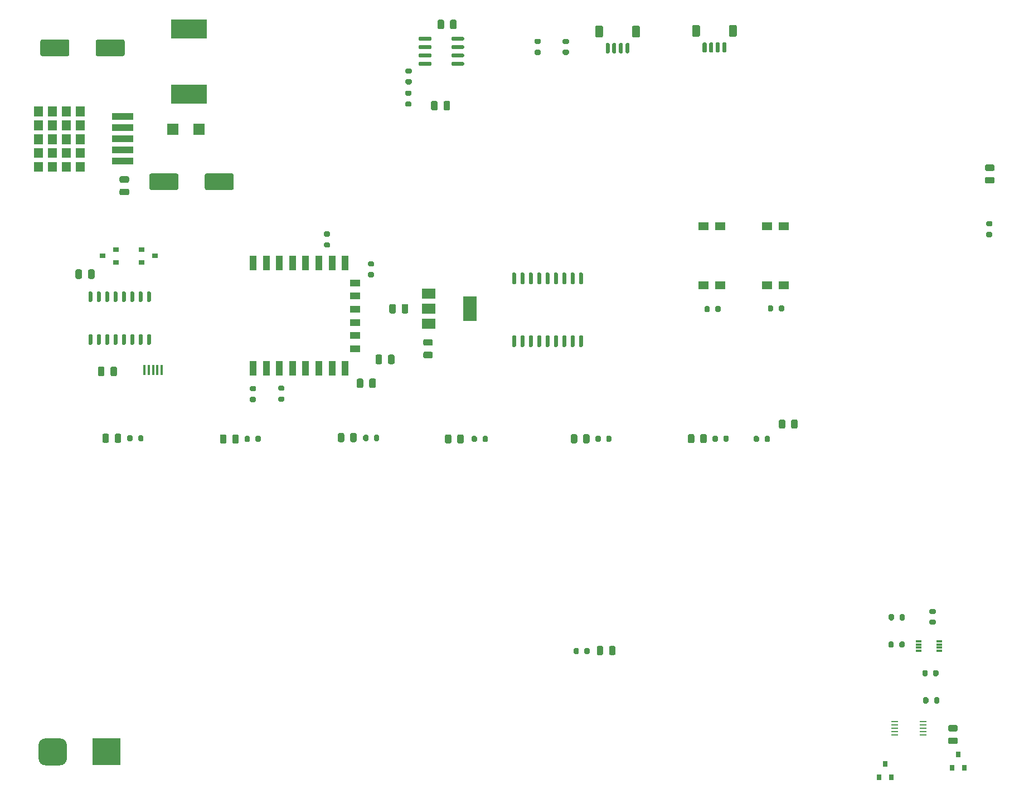
<source format=gbr>
%TF.GenerationSoftware,KiCad,Pcbnew,(5.1.10)-1*%
%TF.CreationDate,2022-11-19T08:35:40-06:00*%
%TF.ProjectId,RC10,52433130-2e6b-4696-9361-645f70636258,rev?*%
%TF.SameCoordinates,Original*%
%TF.FileFunction,Paste,Top*%
%TF.FilePolarity,Positive*%
%FSLAX46Y46*%
G04 Gerber Fmt 4.6, Leading zero omitted, Abs format (unit mm)*
G04 Created by KiCad (PCBNEW (5.1.10)-1) date 2022-11-19 08:35:40*
%MOMM*%
%LPD*%
G01*
G04 APERTURE LIST*
%ADD10C,0.010000*%
%ADD11R,0.450000X1.500000*%
%ADD12R,1.100000X0.250000*%
%ADD13R,0.850000X0.300000*%
%ADD14R,0.800000X0.900000*%
%ADD15R,1.000000X2.200000*%
%ADD16R,1.500000X1.000000*%
%ADD17R,0.900000X0.800000*%
%ADD18R,4.300000X4.100000*%
%ADD19R,1.500000X1.300000*%
%ADD20R,5.400000X2.900000*%
%ADD21R,3.210000X1.050000*%
%ADD22R,2.000000X1.500000*%
%ADD23R,2.000000X3.800000*%
%ADD24R,1.800000X1.800000*%
G04 APERTURE END LIST*
D10*
%TO.C,IC2*%
G36*
X34295650Y-37447500D02*
G01*
X33035650Y-37447500D01*
X33035650Y-36027500D01*
X34295650Y-36027500D01*
X34295650Y-37447500D01*
G37*
X34295650Y-37447500D02*
X33035650Y-37447500D01*
X33035650Y-36027500D01*
X34295650Y-36027500D01*
X34295650Y-37447500D01*
G36*
X34295650Y-39557500D02*
G01*
X33035650Y-39557500D01*
X33035650Y-38137500D01*
X34295650Y-38137500D01*
X34295650Y-39557500D01*
G37*
X34295650Y-39557500D02*
X33035650Y-39557500D01*
X33035650Y-38137500D01*
X34295650Y-38137500D01*
X34295650Y-39557500D01*
G36*
X32175650Y-45887500D02*
G01*
X30915650Y-45887500D01*
X30915650Y-44467500D01*
X32175650Y-44467500D01*
X32175650Y-45887500D01*
G37*
X32175650Y-45887500D02*
X30915650Y-45887500D01*
X30915650Y-44467500D01*
X32175650Y-44467500D01*
X32175650Y-45887500D01*
G36*
X34295650Y-45887500D02*
G01*
X33035650Y-45887500D01*
X33035650Y-44467500D01*
X34295650Y-44467500D01*
X34295650Y-45887500D01*
G37*
X34295650Y-45887500D02*
X33035650Y-45887500D01*
X33035650Y-44467500D01*
X34295650Y-44467500D01*
X34295650Y-45887500D01*
G36*
X34295650Y-43777500D02*
G01*
X33035650Y-43777500D01*
X33035650Y-42357500D01*
X34295650Y-42357500D01*
X34295650Y-43777500D01*
G37*
X34295650Y-43777500D02*
X33035650Y-43777500D01*
X33035650Y-42357500D01*
X34295650Y-42357500D01*
X34295650Y-43777500D01*
G36*
X32175650Y-43777500D02*
G01*
X30915650Y-43777500D01*
X30915650Y-42357500D01*
X32175650Y-42357500D01*
X32175650Y-43777500D01*
G37*
X32175650Y-43777500D02*
X30915650Y-43777500D01*
X30915650Y-42357500D01*
X32175650Y-42357500D01*
X32175650Y-43777500D01*
G36*
X32175650Y-37447500D02*
G01*
X30915650Y-37447500D01*
X30915650Y-36027500D01*
X32175650Y-36027500D01*
X32175650Y-37447500D01*
G37*
X32175650Y-37447500D02*
X30915650Y-37447500D01*
X30915650Y-36027500D01*
X32175650Y-36027500D01*
X32175650Y-37447500D01*
G36*
X32175650Y-39557500D02*
G01*
X30915650Y-39557500D01*
X30915650Y-38137500D01*
X32175650Y-38137500D01*
X32175650Y-39557500D01*
G37*
X32175650Y-39557500D02*
X30915650Y-39557500D01*
X30915650Y-38137500D01*
X32175650Y-38137500D01*
X32175650Y-39557500D01*
G36*
X27935650Y-37447500D02*
G01*
X26675650Y-37447500D01*
X26675650Y-36027500D01*
X27935650Y-36027500D01*
X27935650Y-37447500D01*
G37*
X27935650Y-37447500D02*
X26675650Y-37447500D01*
X26675650Y-36027500D01*
X27935650Y-36027500D01*
X27935650Y-37447500D01*
G36*
X27935650Y-39557500D02*
G01*
X26675650Y-39557500D01*
X26675650Y-38137500D01*
X27935650Y-38137500D01*
X27935650Y-39557500D01*
G37*
X27935650Y-39557500D02*
X26675650Y-39557500D01*
X26675650Y-38137500D01*
X27935650Y-38137500D01*
X27935650Y-39557500D01*
G36*
X27935650Y-45887500D02*
G01*
X26675650Y-45887500D01*
X26675650Y-44467500D01*
X27935650Y-44467500D01*
X27935650Y-45887500D01*
G37*
X27935650Y-45887500D02*
X26675650Y-45887500D01*
X26675650Y-44467500D01*
X27935650Y-44467500D01*
X27935650Y-45887500D01*
G36*
X27935650Y-43777500D02*
G01*
X26675650Y-43777500D01*
X26675650Y-42357500D01*
X27935650Y-42357500D01*
X27935650Y-43777500D01*
G37*
X27935650Y-43777500D02*
X26675650Y-43777500D01*
X26675650Y-42357500D01*
X27935650Y-42357500D01*
X27935650Y-43777500D01*
G36*
X30055650Y-37447500D02*
G01*
X28795650Y-37447500D01*
X28795650Y-36027500D01*
X30055650Y-36027500D01*
X30055650Y-37447500D01*
G37*
X30055650Y-37447500D02*
X28795650Y-37447500D01*
X28795650Y-36027500D01*
X30055650Y-36027500D01*
X30055650Y-37447500D01*
G36*
X30055650Y-39557500D02*
G01*
X28795650Y-39557500D01*
X28795650Y-38137500D01*
X30055650Y-38137500D01*
X30055650Y-39557500D01*
G37*
X30055650Y-39557500D02*
X28795650Y-39557500D01*
X28795650Y-38137500D01*
X30055650Y-38137500D01*
X30055650Y-39557500D01*
G36*
X30055650Y-45887500D02*
G01*
X28795650Y-45887500D01*
X28795650Y-44467500D01*
X30055650Y-44467500D01*
X30055650Y-45887500D01*
G37*
X30055650Y-45887500D02*
X28795650Y-45887500D01*
X28795650Y-44467500D01*
X30055650Y-44467500D01*
X30055650Y-45887500D01*
G36*
X30055650Y-43777500D02*
G01*
X28795650Y-43777500D01*
X28795650Y-42357500D01*
X30055650Y-42357500D01*
X30055650Y-43777500D01*
G37*
X30055650Y-43777500D02*
X28795650Y-43777500D01*
X28795650Y-42357500D01*
X30055650Y-42357500D01*
X30055650Y-43777500D01*
G36*
X34295650Y-41667500D02*
G01*
X33035650Y-41667500D01*
X33035650Y-40247500D01*
X34295650Y-40247500D01*
X34295650Y-41667500D01*
G37*
X34295650Y-41667500D02*
X33035650Y-41667500D01*
X33035650Y-40247500D01*
X34295650Y-40247500D01*
X34295650Y-41667500D01*
G36*
X32175650Y-41667500D02*
G01*
X30915650Y-41667500D01*
X30915650Y-40247500D01*
X32175650Y-40247500D01*
X32175650Y-41667500D01*
G37*
X32175650Y-41667500D02*
X30915650Y-41667500D01*
X30915650Y-40247500D01*
X32175650Y-40247500D01*
X32175650Y-41667500D01*
G36*
X27935650Y-41667500D02*
G01*
X26675650Y-41667500D01*
X26675650Y-40247500D01*
X27935650Y-40247500D01*
X27935650Y-41667500D01*
G37*
X27935650Y-41667500D02*
X26675650Y-41667500D01*
X26675650Y-40247500D01*
X27935650Y-40247500D01*
X27935650Y-41667500D01*
G36*
X30055650Y-41667500D02*
G01*
X28795650Y-41667500D01*
X28795650Y-40247500D01*
X30055650Y-40247500D01*
X30055650Y-41667500D01*
G37*
X30055650Y-41667500D02*
X28795650Y-41667500D01*
X28795650Y-40247500D01*
X30055650Y-40247500D01*
X30055650Y-41667500D01*
%TD*%
D11*
%TO.C,J9*%
X46080200Y-76069000D03*
X45430200Y-76069000D03*
X44780200Y-76069000D03*
X44130200Y-76069000D03*
X43480200Y-76069000D03*
%TD*%
D12*
%TO.C,U6*%
X161712800Y-129530600D03*
X161712800Y-130030600D03*
X161712800Y-130530600D03*
X161712800Y-131030600D03*
X161712800Y-131530600D03*
X157412800Y-131530600D03*
X157412800Y-131030600D03*
X157412800Y-130530600D03*
X157412800Y-130030600D03*
X157412800Y-129530600D03*
%TD*%
%TO.C,C11*%
G36*
G01*
X166743400Y-131020400D02*
X165793400Y-131020400D01*
G75*
G02*
X165543400Y-130770400I0J250000D01*
G01*
X165543400Y-130270400D01*
G75*
G02*
X165793400Y-130020400I250000J0D01*
G01*
X166743400Y-130020400D01*
G75*
G02*
X166993400Y-130270400I0J-250000D01*
G01*
X166993400Y-130770400D01*
G75*
G02*
X166743400Y-131020400I-250000J0D01*
G01*
G37*
G36*
G01*
X166743400Y-132920400D02*
X165793400Y-132920400D01*
G75*
G02*
X165543400Y-132670400I0J250000D01*
G01*
X165543400Y-132170400D01*
G75*
G02*
X165793400Y-131920400I250000J0D01*
G01*
X166743400Y-131920400D01*
G75*
G02*
X166993400Y-132170400I0J-250000D01*
G01*
X166993400Y-132670400D01*
G75*
G02*
X166743400Y-132920400I-250000J0D01*
G01*
G37*
%TD*%
%TO.C,U5*%
G36*
G01*
X87069800Y-29415600D02*
X87069800Y-29715600D01*
G75*
G02*
X86919800Y-29865600I-150000J0D01*
G01*
X85269800Y-29865600D01*
G75*
G02*
X85119800Y-29715600I0J150000D01*
G01*
X85119800Y-29415600D01*
G75*
G02*
X85269800Y-29265600I150000J0D01*
G01*
X86919800Y-29265600D01*
G75*
G02*
X87069800Y-29415600I0J-150000D01*
G01*
G37*
G36*
G01*
X87069800Y-28145600D02*
X87069800Y-28445600D01*
G75*
G02*
X86919800Y-28595600I-150000J0D01*
G01*
X85269800Y-28595600D01*
G75*
G02*
X85119800Y-28445600I0J150000D01*
G01*
X85119800Y-28145600D01*
G75*
G02*
X85269800Y-27995600I150000J0D01*
G01*
X86919800Y-27995600D01*
G75*
G02*
X87069800Y-28145600I0J-150000D01*
G01*
G37*
G36*
G01*
X87069800Y-26875600D02*
X87069800Y-27175600D01*
G75*
G02*
X86919800Y-27325600I-150000J0D01*
G01*
X85269800Y-27325600D01*
G75*
G02*
X85119800Y-27175600I0J150000D01*
G01*
X85119800Y-26875600D01*
G75*
G02*
X85269800Y-26725600I150000J0D01*
G01*
X86919800Y-26725600D01*
G75*
G02*
X87069800Y-26875600I0J-150000D01*
G01*
G37*
G36*
G01*
X87069800Y-25605600D02*
X87069800Y-25905600D01*
G75*
G02*
X86919800Y-26055600I-150000J0D01*
G01*
X85269800Y-26055600D01*
G75*
G02*
X85119800Y-25905600I0J150000D01*
G01*
X85119800Y-25605600D01*
G75*
G02*
X85269800Y-25455600I150000J0D01*
G01*
X86919800Y-25455600D01*
G75*
G02*
X87069800Y-25605600I0J-150000D01*
G01*
G37*
G36*
G01*
X92019800Y-25605600D02*
X92019800Y-25905600D01*
G75*
G02*
X91869800Y-26055600I-150000J0D01*
G01*
X90219800Y-26055600D01*
G75*
G02*
X90069800Y-25905600I0J150000D01*
G01*
X90069800Y-25605600D01*
G75*
G02*
X90219800Y-25455600I150000J0D01*
G01*
X91869800Y-25455600D01*
G75*
G02*
X92019800Y-25605600I0J-150000D01*
G01*
G37*
G36*
G01*
X92019800Y-26875600D02*
X92019800Y-27175600D01*
G75*
G02*
X91869800Y-27325600I-150000J0D01*
G01*
X90219800Y-27325600D01*
G75*
G02*
X90069800Y-27175600I0J150000D01*
G01*
X90069800Y-26875600D01*
G75*
G02*
X90219800Y-26725600I150000J0D01*
G01*
X91869800Y-26725600D01*
G75*
G02*
X92019800Y-26875600I0J-150000D01*
G01*
G37*
G36*
G01*
X92019800Y-28145600D02*
X92019800Y-28445600D01*
G75*
G02*
X91869800Y-28595600I-150000J0D01*
G01*
X90219800Y-28595600D01*
G75*
G02*
X90069800Y-28445600I0J150000D01*
G01*
X90069800Y-28145600D01*
G75*
G02*
X90219800Y-27995600I150000J0D01*
G01*
X91869800Y-27995600D01*
G75*
G02*
X92019800Y-28145600I0J-150000D01*
G01*
G37*
G36*
G01*
X92019800Y-29415600D02*
X92019800Y-29715600D01*
G75*
G02*
X91869800Y-29865600I-150000J0D01*
G01*
X90219800Y-29865600D01*
G75*
G02*
X90069800Y-29715600I0J150000D01*
G01*
X90069800Y-29415600D01*
G75*
G02*
X90219800Y-29265600I150000J0D01*
G01*
X91869800Y-29265600D01*
G75*
G02*
X92019800Y-29415600I0J-150000D01*
G01*
G37*
%TD*%
%TO.C,R24*%
G36*
G01*
X83316400Y-31895600D02*
X83866400Y-31895600D01*
G75*
G02*
X84066400Y-32095600I0J-200000D01*
G01*
X84066400Y-32495600D01*
G75*
G02*
X83866400Y-32695600I-200000J0D01*
G01*
X83316400Y-32695600D01*
G75*
G02*
X83116400Y-32495600I0J200000D01*
G01*
X83116400Y-32095600D01*
G75*
G02*
X83316400Y-31895600I200000J0D01*
G01*
G37*
G36*
G01*
X83316400Y-30245600D02*
X83866400Y-30245600D01*
G75*
G02*
X84066400Y-30445600I0J-200000D01*
G01*
X84066400Y-30845600D01*
G75*
G02*
X83866400Y-31045600I-200000J0D01*
G01*
X83316400Y-31045600D01*
G75*
G02*
X83116400Y-30845600I0J200000D01*
G01*
X83116400Y-30445600D01*
G75*
G02*
X83316400Y-30245600I200000J0D01*
G01*
G37*
%TD*%
%TO.C,R23*%
G36*
G01*
X83815600Y-34423800D02*
X83265600Y-34423800D01*
G75*
G02*
X83065600Y-34223800I0J200000D01*
G01*
X83065600Y-33823800D01*
G75*
G02*
X83265600Y-33623800I200000J0D01*
G01*
X83815600Y-33623800D01*
G75*
G02*
X84015600Y-33823800I0J-200000D01*
G01*
X84015600Y-34223800D01*
G75*
G02*
X83815600Y-34423800I-200000J0D01*
G01*
G37*
G36*
G01*
X83815600Y-36073800D02*
X83265600Y-36073800D01*
G75*
G02*
X83065600Y-35873800I0J200000D01*
G01*
X83065600Y-35473800D01*
G75*
G02*
X83265600Y-35273800I200000J0D01*
G01*
X83815600Y-35273800D01*
G75*
G02*
X84015600Y-35473800I0J-200000D01*
G01*
X84015600Y-35873800D01*
G75*
G02*
X83815600Y-36073800I-200000J0D01*
G01*
G37*
%TD*%
%TO.C,C10*%
G36*
G01*
X89883400Y-24046200D02*
X89883400Y-23096200D01*
G75*
G02*
X90133400Y-22846200I250000J0D01*
G01*
X90633400Y-22846200D01*
G75*
G02*
X90883400Y-23096200I0J-250000D01*
G01*
X90883400Y-24046200D01*
G75*
G02*
X90633400Y-24296200I-250000J0D01*
G01*
X90133400Y-24296200D01*
G75*
G02*
X89883400Y-24046200I0J250000D01*
G01*
G37*
G36*
G01*
X87983400Y-24046200D02*
X87983400Y-23096200D01*
G75*
G02*
X88233400Y-22846200I250000J0D01*
G01*
X88733400Y-22846200D01*
G75*
G02*
X88983400Y-23096200I0J-250000D01*
G01*
X88983400Y-24046200D01*
G75*
G02*
X88733400Y-24296200I-250000J0D01*
G01*
X88233400Y-24296200D01*
G75*
G02*
X87983400Y-24046200I0J250000D01*
G01*
G37*
%TD*%
D13*
%TO.C,IC3*%
X161035800Y-117283800D03*
X161035800Y-117783800D03*
X161035800Y-118283800D03*
X161035800Y-118783800D03*
X164185800Y-118783800D03*
X164185800Y-118283800D03*
X164185800Y-117783800D03*
X164185800Y-117283800D03*
%TD*%
D14*
%TO.C,D12*%
X155981400Y-135931400D03*
X156931400Y-137931400D03*
X155031400Y-137931400D03*
%TD*%
%TO.C,R22*%
G36*
G01*
X157283600Y-117530200D02*
X157283600Y-118080200D01*
G75*
G02*
X157083600Y-118280200I-200000J0D01*
G01*
X156683600Y-118280200D01*
G75*
G02*
X156483600Y-118080200I0J200000D01*
G01*
X156483600Y-117530200D01*
G75*
G02*
X156683600Y-117330200I200000J0D01*
G01*
X157083600Y-117330200D01*
G75*
G02*
X157283600Y-117530200I0J-200000D01*
G01*
G37*
G36*
G01*
X158933600Y-117530200D02*
X158933600Y-118080200D01*
G75*
G02*
X158733600Y-118280200I-200000J0D01*
G01*
X158333600Y-118280200D01*
G75*
G02*
X158133600Y-118080200I0J200000D01*
G01*
X158133600Y-117530200D01*
G75*
G02*
X158333600Y-117330200I200000J0D01*
G01*
X158733600Y-117330200D01*
G75*
G02*
X158933600Y-117530200I0J-200000D01*
G01*
G37*
%TD*%
%TO.C,R21*%
G36*
G01*
X157309000Y-113390000D02*
X157309000Y-113940000D01*
G75*
G02*
X157109000Y-114140000I-200000J0D01*
G01*
X156709000Y-114140000D01*
G75*
G02*
X156509000Y-113940000I0J200000D01*
G01*
X156509000Y-113390000D01*
G75*
G02*
X156709000Y-113190000I200000J0D01*
G01*
X157109000Y-113190000D01*
G75*
G02*
X157309000Y-113390000I0J-200000D01*
G01*
G37*
G36*
G01*
X158959000Y-113390000D02*
X158959000Y-113940000D01*
G75*
G02*
X158759000Y-114140000I-200000J0D01*
G01*
X158359000Y-114140000D01*
G75*
G02*
X158159000Y-113940000I0J200000D01*
G01*
X158159000Y-113390000D01*
G75*
G02*
X158359000Y-113190000I200000J0D01*
G01*
X158759000Y-113190000D01*
G75*
G02*
X158959000Y-113390000I0J-200000D01*
G01*
G37*
%TD*%
%TO.C,R20*%
G36*
G01*
X162894600Y-114013800D02*
X163444600Y-114013800D01*
G75*
G02*
X163644600Y-114213800I0J-200000D01*
G01*
X163644600Y-114613800D01*
G75*
G02*
X163444600Y-114813800I-200000J0D01*
G01*
X162894600Y-114813800D01*
G75*
G02*
X162694600Y-114613800I0J200000D01*
G01*
X162694600Y-114213800D01*
G75*
G02*
X162894600Y-114013800I200000J0D01*
G01*
G37*
G36*
G01*
X162894600Y-112363800D02*
X163444600Y-112363800D01*
G75*
G02*
X163644600Y-112563800I0J-200000D01*
G01*
X163644600Y-112963800D01*
G75*
G02*
X163444600Y-113163800I-200000J0D01*
G01*
X162894600Y-113163800D01*
G75*
G02*
X162694600Y-112963800I0J200000D01*
G01*
X162694600Y-112563800D01*
G75*
G02*
X162894600Y-112363800I200000J0D01*
G01*
G37*
%TD*%
%TO.C,R19*%
G36*
G01*
X163264400Y-122423600D02*
X163264400Y-121873600D01*
G75*
G02*
X163464400Y-121673600I200000J0D01*
G01*
X163864400Y-121673600D01*
G75*
G02*
X164064400Y-121873600I0J-200000D01*
G01*
X164064400Y-122423600D01*
G75*
G02*
X163864400Y-122623600I-200000J0D01*
G01*
X163464400Y-122623600D01*
G75*
G02*
X163264400Y-122423600I0J200000D01*
G01*
G37*
G36*
G01*
X161614400Y-122423600D02*
X161614400Y-121873600D01*
G75*
G02*
X161814400Y-121673600I200000J0D01*
G01*
X162214400Y-121673600D01*
G75*
G02*
X162414400Y-121873600I0J-200000D01*
G01*
X162414400Y-122423600D01*
G75*
G02*
X162214400Y-122623600I-200000J0D01*
G01*
X161814400Y-122623600D01*
G75*
G02*
X161614400Y-122423600I0J200000D01*
G01*
G37*
%TD*%
%TO.C,R18*%
G36*
G01*
X163391400Y-126563800D02*
X163391400Y-126013800D01*
G75*
G02*
X163591400Y-125813800I200000J0D01*
G01*
X163991400Y-125813800D01*
G75*
G02*
X164191400Y-126013800I0J-200000D01*
G01*
X164191400Y-126563800D01*
G75*
G02*
X163991400Y-126763800I-200000J0D01*
G01*
X163591400Y-126763800D01*
G75*
G02*
X163391400Y-126563800I0J200000D01*
G01*
G37*
G36*
G01*
X161741400Y-126563800D02*
X161741400Y-126013800D01*
G75*
G02*
X161941400Y-125813800I200000J0D01*
G01*
X162341400Y-125813800D01*
G75*
G02*
X162541400Y-126013800I0J-200000D01*
G01*
X162541400Y-126563800D01*
G75*
G02*
X162341400Y-126763800I-200000J0D01*
G01*
X161941400Y-126763800D01*
G75*
G02*
X161741400Y-126563800I0J200000D01*
G01*
G37*
%TD*%
%TO.C,D11*%
X167055800Y-134509000D03*
X168005800Y-136509000D03*
X166105800Y-136509000D03*
%TD*%
D15*
%TO.C,U4*%
X59963400Y-59844400D03*
X61963400Y-59844400D03*
X63963400Y-59844400D03*
X65963400Y-59844400D03*
X67963400Y-59844400D03*
X69963400Y-59844400D03*
X71963400Y-59844400D03*
X73963400Y-59844400D03*
X59963400Y-75844400D03*
X61963400Y-75844400D03*
X63963400Y-75844400D03*
X65963400Y-75844400D03*
X67963400Y-75844400D03*
X69963400Y-75844400D03*
X71963400Y-75844400D03*
X73963400Y-75844400D03*
D16*
X75463400Y-72844400D03*
X75463400Y-70844400D03*
X75463400Y-68844400D03*
X75463400Y-62844400D03*
X75463400Y-64844400D03*
X75463400Y-66844400D03*
%TD*%
%TO.C,U8*%
G36*
G01*
X35405200Y-65749000D02*
X35105200Y-65749000D01*
G75*
G02*
X34955200Y-65599000I0J150000D01*
G01*
X34955200Y-64299000D01*
G75*
G02*
X35105200Y-64149000I150000J0D01*
G01*
X35405200Y-64149000D01*
G75*
G02*
X35555200Y-64299000I0J-150000D01*
G01*
X35555200Y-65599000D01*
G75*
G02*
X35405200Y-65749000I-150000J0D01*
G01*
G37*
G36*
G01*
X36675200Y-65749000D02*
X36375200Y-65749000D01*
G75*
G02*
X36225200Y-65599000I0J150000D01*
G01*
X36225200Y-64299000D01*
G75*
G02*
X36375200Y-64149000I150000J0D01*
G01*
X36675200Y-64149000D01*
G75*
G02*
X36825200Y-64299000I0J-150000D01*
G01*
X36825200Y-65599000D01*
G75*
G02*
X36675200Y-65749000I-150000J0D01*
G01*
G37*
G36*
G01*
X37945200Y-65749000D02*
X37645200Y-65749000D01*
G75*
G02*
X37495200Y-65599000I0J150000D01*
G01*
X37495200Y-64299000D01*
G75*
G02*
X37645200Y-64149000I150000J0D01*
G01*
X37945200Y-64149000D01*
G75*
G02*
X38095200Y-64299000I0J-150000D01*
G01*
X38095200Y-65599000D01*
G75*
G02*
X37945200Y-65749000I-150000J0D01*
G01*
G37*
G36*
G01*
X39215200Y-65749000D02*
X38915200Y-65749000D01*
G75*
G02*
X38765200Y-65599000I0J150000D01*
G01*
X38765200Y-64299000D01*
G75*
G02*
X38915200Y-64149000I150000J0D01*
G01*
X39215200Y-64149000D01*
G75*
G02*
X39365200Y-64299000I0J-150000D01*
G01*
X39365200Y-65599000D01*
G75*
G02*
X39215200Y-65749000I-150000J0D01*
G01*
G37*
G36*
G01*
X40485200Y-65749000D02*
X40185200Y-65749000D01*
G75*
G02*
X40035200Y-65599000I0J150000D01*
G01*
X40035200Y-64299000D01*
G75*
G02*
X40185200Y-64149000I150000J0D01*
G01*
X40485200Y-64149000D01*
G75*
G02*
X40635200Y-64299000I0J-150000D01*
G01*
X40635200Y-65599000D01*
G75*
G02*
X40485200Y-65749000I-150000J0D01*
G01*
G37*
G36*
G01*
X41755200Y-65749000D02*
X41455200Y-65749000D01*
G75*
G02*
X41305200Y-65599000I0J150000D01*
G01*
X41305200Y-64299000D01*
G75*
G02*
X41455200Y-64149000I150000J0D01*
G01*
X41755200Y-64149000D01*
G75*
G02*
X41905200Y-64299000I0J-150000D01*
G01*
X41905200Y-65599000D01*
G75*
G02*
X41755200Y-65749000I-150000J0D01*
G01*
G37*
G36*
G01*
X43025200Y-65749000D02*
X42725200Y-65749000D01*
G75*
G02*
X42575200Y-65599000I0J150000D01*
G01*
X42575200Y-64299000D01*
G75*
G02*
X42725200Y-64149000I150000J0D01*
G01*
X43025200Y-64149000D01*
G75*
G02*
X43175200Y-64299000I0J-150000D01*
G01*
X43175200Y-65599000D01*
G75*
G02*
X43025200Y-65749000I-150000J0D01*
G01*
G37*
G36*
G01*
X44295200Y-65749000D02*
X43995200Y-65749000D01*
G75*
G02*
X43845200Y-65599000I0J150000D01*
G01*
X43845200Y-64299000D01*
G75*
G02*
X43995200Y-64149000I150000J0D01*
G01*
X44295200Y-64149000D01*
G75*
G02*
X44445200Y-64299000I0J-150000D01*
G01*
X44445200Y-65599000D01*
G75*
G02*
X44295200Y-65749000I-150000J0D01*
G01*
G37*
G36*
G01*
X44295200Y-72249000D02*
X43995200Y-72249000D01*
G75*
G02*
X43845200Y-72099000I0J150000D01*
G01*
X43845200Y-70799000D01*
G75*
G02*
X43995200Y-70649000I150000J0D01*
G01*
X44295200Y-70649000D01*
G75*
G02*
X44445200Y-70799000I0J-150000D01*
G01*
X44445200Y-72099000D01*
G75*
G02*
X44295200Y-72249000I-150000J0D01*
G01*
G37*
G36*
G01*
X43025200Y-72249000D02*
X42725200Y-72249000D01*
G75*
G02*
X42575200Y-72099000I0J150000D01*
G01*
X42575200Y-70799000D01*
G75*
G02*
X42725200Y-70649000I150000J0D01*
G01*
X43025200Y-70649000D01*
G75*
G02*
X43175200Y-70799000I0J-150000D01*
G01*
X43175200Y-72099000D01*
G75*
G02*
X43025200Y-72249000I-150000J0D01*
G01*
G37*
G36*
G01*
X41755200Y-72249000D02*
X41455200Y-72249000D01*
G75*
G02*
X41305200Y-72099000I0J150000D01*
G01*
X41305200Y-70799000D01*
G75*
G02*
X41455200Y-70649000I150000J0D01*
G01*
X41755200Y-70649000D01*
G75*
G02*
X41905200Y-70799000I0J-150000D01*
G01*
X41905200Y-72099000D01*
G75*
G02*
X41755200Y-72249000I-150000J0D01*
G01*
G37*
G36*
G01*
X40485200Y-72249000D02*
X40185200Y-72249000D01*
G75*
G02*
X40035200Y-72099000I0J150000D01*
G01*
X40035200Y-70799000D01*
G75*
G02*
X40185200Y-70649000I150000J0D01*
G01*
X40485200Y-70649000D01*
G75*
G02*
X40635200Y-70799000I0J-150000D01*
G01*
X40635200Y-72099000D01*
G75*
G02*
X40485200Y-72249000I-150000J0D01*
G01*
G37*
G36*
G01*
X39215200Y-72249000D02*
X38915200Y-72249000D01*
G75*
G02*
X38765200Y-72099000I0J150000D01*
G01*
X38765200Y-70799000D01*
G75*
G02*
X38915200Y-70649000I150000J0D01*
G01*
X39215200Y-70649000D01*
G75*
G02*
X39365200Y-70799000I0J-150000D01*
G01*
X39365200Y-72099000D01*
G75*
G02*
X39215200Y-72249000I-150000J0D01*
G01*
G37*
G36*
G01*
X37945200Y-72249000D02*
X37645200Y-72249000D01*
G75*
G02*
X37495200Y-72099000I0J150000D01*
G01*
X37495200Y-70799000D01*
G75*
G02*
X37645200Y-70649000I150000J0D01*
G01*
X37945200Y-70649000D01*
G75*
G02*
X38095200Y-70799000I0J-150000D01*
G01*
X38095200Y-72099000D01*
G75*
G02*
X37945200Y-72249000I-150000J0D01*
G01*
G37*
G36*
G01*
X36675200Y-72249000D02*
X36375200Y-72249000D01*
G75*
G02*
X36225200Y-72099000I0J150000D01*
G01*
X36225200Y-70799000D01*
G75*
G02*
X36375200Y-70649000I150000J0D01*
G01*
X36675200Y-70649000D01*
G75*
G02*
X36825200Y-70799000I0J-150000D01*
G01*
X36825200Y-72099000D01*
G75*
G02*
X36675200Y-72249000I-150000J0D01*
G01*
G37*
G36*
G01*
X35405200Y-72249000D02*
X35105200Y-72249000D01*
G75*
G02*
X34955200Y-72099000I0J150000D01*
G01*
X34955200Y-70799000D01*
G75*
G02*
X35105200Y-70649000I150000J0D01*
G01*
X35405200Y-70649000D01*
G75*
G02*
X35555200Y-70799000I0J-150000D01*
G01*
X35555200Y-72099000D01*
G75*
G02*
X35405200Y-72249000I-150000J0D01*
G01*
G37*
%TD*%
%TO.C,R17*%
G36*
G01*
X78151400Y-60357200D02*
X77601400Y-60357200D01*
G75*
G02*
X77401400Y-60157200I0J200000D01*
G01*
X77401400Y-59757200D01*
G75*
G02*
X77601400Y-59557200I200000J0D01*
G01*
X78151400Y-59557200D01*
G75*
G02*
X78351400Y-59757200I0J-200000D01*
G01*
X78351400Y-60157200D01*
G75*
G02*
X78151400Y-60357200I-200000J0D01*
G01*
G37*
G36*
G01*
X78151400Y-62007200D02*
X77601400Y-62007200D01*
G75*
G02*
X77401400Y-61807200I0J200000D01*
G01*
X77401400Y-61407200D01*
G75*
G02*
X77601400Y-61207200I200000J0D01*
G01*
X78151400Y-61207200D01*
G75*
G02*
X78351400Y-61407200I0J-200000D01*
G01*
X78351400Y-61807200D01*
G75*
G02*
X78151400Y-62007200I-200000J0D01*
G01*
G37*
%TD*%
%TO.C,R16*%
G36*
G01*
X70921200Y-56686000D02*
X71471200Y-56686000D01*
G75*
G02*
X71671200Y-56886000I0J-200000D01*
G01*
X71671200Y-57286000D01*
G75*
G02*
X71471200Y-57486000I-200000J0D01*
G01*
X70921200Y-57486000D01*
G75*
G02*
X70721200Y-57286000I0J200000D01*
G01*
X70721200Y-56886000D01*
G75*
G02*
X70921200Y-56686000I200000J0D01*
G01*
G37*
G36*
G01*
X70921200Y-55036000D02*
X71471200Y-55036000D01*
G75*
G02*
X71671200Y-55236000I0J-200000D01*
G01*
X71671200Y-55636000D01*
G75*
G02*
X71471200Y-55836000I-200000J0D01*
G01*
X70921200Y-55836000D01*
G75*
G02*
X70721200Y-55636000I0J200000D01*
G01*
X70721200Y-55236000D01*
G75*
G02*
X70921200Y-55036000I200000J0D01*
G01*
G37*
%TD*%
%TO.C,R15*%
G36*
G01*
X63987000Y-80104800D02*
X64537000Y-80104800D01*
G75*
G02*
X64737000Y-80304800I0J-200000D01*
G01*
X64737000Y-80704800D01*
G75*
G02*
X64537000Y-80904800I-200000J0D01*
G01*
X63987000Y-80904800D01*
G75*
G02*
X63787000Y-80704800I0J200000D01*
G01*
X63787000Y-80304800D01*
G75*
G02*
X63987000Y-80104800I200000J0D01*
G01*
G37*
G36*
G01*
X63987000Y-78454800D02*
X64537000Y-78454800D01*
G75*
G02*
X64737000Y-78654800I0J-200000D01*
G01*
X64737000Y-79054800D01*
G75*
G02*
X64537000Y-79254800I-200000J0D01*
G01*
X63987000Y-79254800D01*
G75*
G02*
X63787000Y-79054800I0J200000D01*
G01*
X63787000Y-78654800D01*
G75*
G02*
X63987000Y-78454800I200000J0D01*
G01*
G37*
%TD*%
%TO.C,R14*%
G36*
G01*
X59669000Y-80155600D02*
X60219000Y-80155600D01*
G75*
G02*
X60419000Y-80355600I0J-200000D01*
G01*
X60419000Y-80755600D01*
G75*
G02*
X60219000Y-80955600I-200000J0D01*
G01*
X59669000Y-80955600D01*
G75*
G02*
X59469000Y-80755600I0J200000D01*
G01*
X59469000Y-80355600D01*
G75*
G02*
X59669000Y-80155600I200000J0D01*
G01*
G37*
G36*
G01*
X59669000Y-78505600D02*
X60219000Y-78505600D01*
G75*
G02*
X60419000Y-78705600I0J-200000D01*
G01*
X60419000Y-79105600D01*
G75*
G02*
X60219000Y-79305600I-200000J0D01*
G01*
X59669000Y-79305600D01*
G75*
G02*
X59469000Y-79105600I0J200000D01*
G01*
X59469000Y-78705600D01*
G75*
G02*
X59669000Y-78505600I200000J0D01*
G01*
G37*
%TD*%
D17*
%TO.C,Q2*%
X45043600Y-58750200D03*
X43043600Y-59700200D03*
X43043600Y-57800200D03*
%TD*%
%TO.C,Q1*%
X37100000Y-58750200D03*
X39100000Y-57800200D03*
X39100000Y-59700200D03*
%TD*%
%TO.C,C31*%
G36*
G01*
X33992400Y-61043800D02*
X33992400Y-61993800D01*
G75*
G02*
X33742400Y-62243800I-250000J0D01*
G01*
X33242400Y-62243800D01*
G75*
G02*
X32992400Y-61993800I0J250000D01*
G01*
X32992400Y-61043800D01*
G75*
G02*
X33242400Y-60793800I250000J0D01*
G01*
X33742400Y-60793800D01*
G75*
G02*
X33992400Y-61043800I0J-250000D01*
G01*
G37*
G36*
G01*
X35892400Y-61043800D02*
X35892400Y-61993800D01*
G75*
G02*
X35642400Y-62243800I-250000J0D01*
G01*
X35142400Y-62243800D01*
G75*
G02*
X34892400Y-61993800I0J250000D01*
G01*
X34892400Y-61043800D01*
G75*
G02*
X35142400Y-60793800I250000J0D01*
G01*
X35642400Y-60793800D01*
G75*
G02*
X35892400Y-61043800I0J-250000D01*
G01*
G37*
%TD*%
%TO.C,C30*%
G36*
G01*
X37396000Y-75826600D02*
X37396000Y-76776600D01*
G75*
G02*
X37146000Y-77026600I-250000J0D01*
G01*
X36646000Y-77026600D01*
G75*
G02*
X36396000Y-76776600I0J250000D01*
G01*
X36396000Y-75826600D01*
G75*
G02*
X36646000Y-75576600I250000J0D01*
G01*
X37146000Y-75576600D01*
G75*
G02*
X37396000Y-75826600I0J-250000D01*
G01*
G37*
G36*
G01*
X39296000Y-75826600D02*
X39296000Y-76776600D01*
G75*
G02*
X39046000Y-77026600I-250000J0D01*
G01*
X38546000Y-77026600D01*
G75*
G02*
X38296000Y-76776600I0J250000D01*
G01*
X38296000Y-75826600D01*
G75*
G02*
X38546000Y-75576600I250000J0D01*
G01*
X39046000Y-75576600D01*
G75*
G02*
X39296000Y-75826600I0J-250000D01*
G01*
G37*
%TD*%
%TO.C,C9*%
G36*
G01*
X77615200Y-78580000D02*
X77615200Y-77630000D01*
G75*
G02*
X77865200Y-77380000I250000J0D01*
G01*
X78365200Y-77380000D01*
G75*
G02*
X78615200Y-77630000I0J-250000D01*
G01*
X78615200Y-78580000D01*
G75*
G02*
X78365200Y-78830000I-250000J0D01*
G01*
X77865200Y-78830000D01*
G75*
G02*
X77615200Y-78580000I0J250000D01*
G01*
G37*
G36*
G01*
X75715200Y-78580000D02*
X75715200Y-77630000D01*
G75*
G02*
X75965200Y-77380000I250000J0D01*
G01*
X76465200Y-77380000D01*
G75*
G02*
X76715200Y-77630000I0J-250000D01*
G01*
X76715200Y-78580000D01*
G75*
G02*
X76465200Y-78830000I-250000J0D01*
G01*
X75965200Y-78830000D01*
G75*
G02*
X75715200Y-78580000I0J250000D01*
G01*
G37*
%TD*%
%TO.C,C7*%
G36*
G01*
X80460000Y-74947800D02*
X80460000Y-73997800D01*
G75*
G02*
X80710000Y-73747800I250000J0D01*
G01*
X81210000Y-73747800D01*
G75*
G02*
X81460000Y-73997800I0J-250000D01*
G01*
X81460000Y-74947800D01*
G75*
G02*
X81210000Y-75197800I-250000J0D01*
G01*
X80710000Y-75197800D01*
G75*
G02*
X80460000Y-74947800I0J250000D01*
G01*
G37*
G36*
G01*
X78560000Y-74947800D02*
X78560000Y-73997800D01*
G75*
G02*
X78810000Y-73747800I250000J0D01*
G01*
X79310000Y-73747800D01*
G75*
G02*
X79560000Y-73997800I0J-250000D01*
G01*
X79560000Y-74947800D01*
G75*
G02*
X79310000Y-75197800I-250000J0D01*
G01*
X78810000Y-75197800D01*
G75*
G02*
X78560000Y-74947800I0J250000D01*
G01*
G37*
%TD*%
%TO.C,C2*%
G36*
G01*
X86062800Y-73297200D02*
X87012800Y-73297200D01*
G75*
G02*
X87262800Y-73547200I0J-250000D01*
G01*
X87262800Y-74047200D01*
G75*
G02*
X87012800Y-74297200I-250000J0D01*
G01*
X86062800Y-74297200D01*
G75*
G02*
X85812800Y-74047200I0J250000D01*
G01*
X85812800Y-73547200D01*
G75*
G02*
X86062800Y-73297200I250000J0D01*
G01*
G37*
G36*
G01*
X86062800Y-71397200D02*
X87012800Y-71397200D01*
G75*
G02*
X87262800Y-71647200I0J-250000D01*
G01*
X87262800Y-72147200D01*
G75*
G02*
X87012800Y-72397200I-250000J0D01*
G01*
X86062800Y-72397200D01*
G75*
G02*
X85812800Y-72147200I0J250000D01*
G01*
X85812800Y-71647200D01*
G75*
G02*
X86062800Y-71397200I250000J0D01*
G01*
G37*
%TD*%
%TO.C,R13*%
G36*
G01*
X103475200Y-26552200D02*
X102925200Y-26552200D01*
G75*
G02*
X102725200Y-26352200I0J200000D01*
G01*
X102725200Y-25952200D01*
G75*
G02*
X102925200Y-25752200I200000J0D01*
G01*
X103475200Y-25752200D01*
G75*
G02*
X103675200Y-25952200I0J-200000D01*
G01*
X103675200Y-26352200D01*
G75*
G02*
X103475200Y-26552200I-200000J0D01*
G01*
G37*
G36*
G01*
X103475200Y-28202200D02*
X102925200Y-28202200D01*
G75*
G02*
X102725200Y-28002200I0J200000D01*
G01*
X102725200Y-27602200D01*
G75*
G02*
X102925200Y-27402200I200000J0D01*
G01*
X103475200Y-27402200D01*
G75*
G02*
X103675200Y-27602200I0J-200000D01*
G01*
X103675200Y-28002200D01*
G75*
G02*
X103475200Y-28202200I-200000J0D01*
G01*
G37*
%TD*%
%TO.C,R12*%
G36*
G01*
X107742400Y-26552200D02*
X107192400Y-26552200D01*
G75*
G02*
X106992400Y-26352200I0J200000D01*
G01*
X106992400Y-25952200D01*
G75*
G02*
X107192400Y-25752200I200000J0D01*
G01*
X107742400Y-25752200D01*
G75*
G02*
X107942400Y-25952200I0J-200000D01*
G01*
X107942400Y-26352200D01*
G75*
G02*
X107742400Y-26552200I-200000J0D01*
G01*
G37*
G36*
G01*
X107742400Y-28202200D02*
X107192400Y-28202200D01*
G75*
G02*
X106992400Y-28002200I0J200000D01*
G01*
X106992400Y-27602200D01*
G75*
G02*
X107192400Y-27402200I200000J0D01*
G01*
X107742400Y-27402200D01*
G75*
G02*
X107942400Y-27602200I0J-200000D01*
G01*
X107942400Y-28002200D01*
G75*
G02*
X107742400Y-28202200I-200000J0D01*
G01*
G37*
%TD*%
%TO.C,R11*%
G36*
G01*
X171505200Y-55111200D02*
X172055200Y-55111200D01*
G75*
G02*
X172255200Y-55311200I0J-200000D01*
G01*
X172255200Y-55711200D01*
G75*
G02*
X172055200Y-55911200I-200000J0D01*
G01*
X171505200Y-55911200D01*
G75*
G02*
X171305200Y-55711200I0J200000D01*
G01*
X171305200Y-55311200D01*
G75*
G02*
X171505200Y-55111200I200000J0D01*
G01*
G37*
G36*
G01*
X171505200Y-53461200D02*
X172055200Y-53461200D01*
G75*
G02*
X172255200Y-53661200I0J-200000D01*
G01*
X172255200Y-54061200D01*
G75*
G02*
X172055200Y-54261200I-200000J0D01*
G01*
X171505200Y-54261200D01*
G75*
G02*
X171305200Y-54061200I0J200000D01*
G01*
X171305200Y-53661200D01*
G75*
G02*
X171505200Y-53461200I200000J0D01*
G01*
G37*
%TD*%
%TO.C,R2*%
G36*
G01*
X139812600Y-67000800D02*
X139812600Y-66450800D01*
G75*
G02*
X140012600Y-66250800I200000J0D01*
G01*
X140412600Y-66250800D01*
G75*
G02*
X140612600Y-66450800I0J-200000D01*
G01*
X140612600Y-67000800D01*
G75*
G02*
X140412600Y-67200800I-200000J0D01*
G01*
X140012600Y-67200800D01*
G75*
G02*
X139812600Y-67000800I0J200000D01*
G01*
G37*
G36*
G01*
X138162600Y-67000800D02*
X138162600Y-66450800D01*
G75*
G02*
X138362600Y-66250800I200000J0D01*
G01*
X138762600Y-66250800D01*
G75*
G02*
X138962600Y-66450800I0J-200000D01*
G01*
X138962600Y-67000800D01*
G75*
G02*
X138762600Y-67200800I-200000J0D01*
G01*
X138362600Y-67200800D01*
G75*
G02*
X138162600Y-67000800I0J200000D01*
G01*
G37*
%TD*%
%TO.C,R1*%
G36*
G01*
X130186000Y-67102400D02*
X130186000Y-66552400D01*
G75*
G02*
X130386000Y-66352400I200000J0D01*
G01*
X130786000Y-66352400D01*
G75*
G02*
X130986000Y-66552400I0J-200000D01*
G01*
X130986000Y-67102400D01*
G75*
G02*
X130786000Y-67302400I-200000J0D01*
G01*
X130386000Y-67302400D01*
G75*
G02*
X130186000Y-67102400I0J200000D01*
G01*
G37*
G36*
G01*
X128536000Y-67102400D02*
X128536000Y-66552400D01*
G75*
G02*
X128736000Y-66352400I200000J0D01*
G01*
X129136000Y-66352400D01*
G75*
G02*
X129336000Y-66552400I0J-200000D01*
G01*
X129336000Y-67102400D01*
G75*
G02*
X129136000Y-67302400I-200000J0D01*
G01*
X128736000Y-67302400D01*
G75*
G02*
X128536000Y-67102400I0J200000D01*
G01*
G37*
%TD*%
%TO.C,R10*%
G36*
G01*
X110292200Y-119070800D02*
X110292200Y-118520800D01*
G75*
G02*
X110492200Y-118320800I200000J0D01*
G01*
X110892200Y-118320800D01*
G75*
G02*
X111092200Y-118520800I0J-200000D01*
G01*
X111092200Y-119070800D01*
G75*
G02*
X110892200Y-119270800I-200000J0D01*
G01*
X110492200Y-119270800D01*
G75*
G02*
X110292200Y-119070800I0J200000D01*
G01*
G37*
G36*
G01*
X108642200Y-119070800D02*
X108642200Y-118520800D01*
G75*
G02*
X108842200Y-118320800I200000J0D01*
G01*
X109242200Y-118320800D01*
G75*
G02*
X109442200Y-118520800I0J-200000D01*
G01*
X109442200Y-119070800D01*
G75*
G02*
X109242200Y-119270800I-200000J0D01*
G01*
X108842200Y-119270800D01*
G75*
G02*
X108642200Y-119070800I0J200000D01*
G01*
G37*
%TD*%
%TO.C,R9*%
G36*
G01*
X137661200Y-86843800D02*
X137661200Y-86293800D01*
G75*
G02*
X137861200Y-86093800I200000J0D01*
G01*
X138261200Y-86093800D01*
G75*
G02*
X138461200Y-86293800I0J-200000D01*
G01*
X138461200Y-86843800D01*
G75*
G02*
X138261200Y-87043800I-200000J0D01*
G01*
X137861200Y-87043800D01*
G75*
G02*
X137661200Y-86843800I0J200000D01*
G01*
G37*
G36*
G01*
X136011200Y-86843800D02*
X136011200Y-86293800D01*
G75*
G02*
X136211200Y-86093800I200000J0D01*
G01*
X136611200Y-86093800D01*
G75*
G02*
X136811200Y-86293800I0J-200000D01*
G01*
X136811200Y-86843800D01*
G75*
G02*
X136611200Y-87043800I-200000J0D01*
G01*
X136211200Y-87043800D01*
G75*
G02*
X136011200Y-86843800I0J200000D01*
G01*
G37*
%TD*%
%TO.C,R8*%
G36*
G01*
X130562800Y-86237400D02*
X130562800Y-86787400D01*
G75*
G02*
X130362800Y-86987400I-200000J0D01*
G01*
X129962800Y-86987400D01*
G75*
G02*
X129762800Y-86787400I0J200000D01*
G01*
X129762800Y-86237400D01*
G75*
G02*
X129962800Y-86037400I200000J0D01*
G01*
X130362800Y-86037400D01*
G75*
G02*
X130562800Y-86237400I0J-200000D01*
G01*
G37*
G36*
G01*
X132212800Y-86237400D02*
X132212800Y-86787400D01*
G75*
G02*
X132012800Y-86987400I-200000J0D01*
G01*
X131612800Y-86987400D01*
G75*
G02*
X131412800Y-86787400I0J200000D01*
G01*
X131412800Y-86237400D01*
G75*
G02*
X131612800Y-86037400I200000J0D01*
G01*
X132012800Y-86037400D01*
G75*
G02*
X132212800Y-86237400I0J-200000D01*
G01*
G37*
%TD*%
%TO.C,R7*%
G36*
G01*
X112757400Y-86262800D02*
X112757400Y-86812800D01*
G75*
G02*
X112557400Y-87012800I-200000J0D01*
G01*
X112157400Y-87012800D01*
G75*
G02*
X111957400Y-86812800I0J200000D01*
G01*
X111957400Y-86262800D01*
G75*
G02*
X112157400Y-86062800I200000J0D01*
G01*
X112557400Y-86062800D01*
G75*
G02*
X112757400Y-86262800I0J-200000D01*
G01*
G37*
G36*
G01*
X114407400Y-86262800D02*
X114407400Y-86812800D01*
G75*
G02*
X114207400Y-87012800I-200000J0D01*
G01*
X113807400Y-87012800D01*
G75*
G02*
X113607400Y-86812800I0J200000D01*
G01*
X113607400Y-86262800D01*
G75*
G02*
X113807400Y-86062800I200000J0D01*
G01*
X114207400Y-86062800D01*
G75*
G02*
X114407400Y-86262800I0J-200000D01*
G01*
G37*
%TD*%
%TO.C,R6*%
G36*
G01*
X93961400Y-86288200D02*
X93961400Y-86838200D01*
G75*
G02*
X93761400Y-87038200I-200000J0D01*
G01*
X93361400Y-87038200D01*
G75*
G02*
X93161400Y-86838200I0J200000D01*
G01*
X93161400Y-86288200D01*
G75*
G02*
X93361400Y-86088200I200000J0D01*
G01*
X93761400Y-86088200D01*
G75*
G02*
X93961400Y-86288200I0J-200000D01*
G01*
G37*
G36*
G01*
X95611400Y-86288200D02*
X95611400Y-86838200D01*
G75*
G02*
X95411400Y-87038200I-200000J0D01*
G01*
X95011400Y-87038200D01*
G75*
G02*
X94811400Y-86838200I0J200000D01*
G01*
X94811400Y-86288200D01*
G75*
G02*
X95011400Y-86088200I200000J0D01*
G01*
X95411400Y-86088200D01*
G75*
G02*
X95611400Y-86288200I0J-200000D01*
G01*
G37*
%TD*%
%TO.C,R5*%
G36*
G01*
X77476800Y-86135800D02*
X77476800Y-86685800D01*
G75*
G02*
X77276800Y-86885800I-200000J0D01*
G01*
X76876800Y-86885800D01*
G75*
G02*
X76676800Y-86685800I0J200000D01*
G01*
X76676800Y-86135800D01*
G75*
G02*
X76876800Y-85935800I200000J0D01*
G01*
X77276800Y-85935800D01*
G75*
G02*
X77476800Y-86135800I0J-200000D01*
G01*
G37*
G36*
G01*
X79126800Y-86135800D02*
X79126800Y-86685800D01*
G75*
G02*
X78926800Y-86885800I-200000J0D01*
G01*
X78526800Y-86885800D01*
G75*
G02*
X78326800Y-86685800I0J200000D01*
G01*
X78326800Y-86135800D01*
G75*
G02*
X78526800Y-85935800I200000J0D01*
G01*
X78926800Y-85935800D01*
G75*
G02*
X79126800Y-86135800I0J-200000D01*
G01*
G37*
%TD*%
%TO.C,R4*%
G36*
G01*
X59468200Y-86288200D02*
X59468200Y-86838200D01*
G75*
G02*
X59268200Y-87038200I-200000J0D01*
G01*
X58868200Y-87038200D01*
G75*
G02*
X58668200Y-86838200I0J200000D01*
G01*
X58668200Y-86288200D01*
G75*
G02*
X58868200Y-86088200I200000J0D01*
G01*
X59268200Y-86088200D01*
G75*
G02*
X59468200Y-86288200I0J-200000D01*
G01*
G37*
G36*
G01*
X61118200Y-86288200D02*
X61118200Y-86838200D01*
G75*
G02*
X60918200Y-87038200I-200000J0D01*
G01*
X60518200Y-87038200D01*
G75*
G02*
X60318200Y-86838200I0J200000D01*
G01*
X60318200Y-86288200D01*
G75*
G02*
X60518200Y-86088200I200000J0D01*
G01*
X60918200Y-86088200D01*
G75*
G02*
X61118200Y-86288200I0J-200000D01*
G01*
G37*
%TD*%
%TO.C,R3*%
G36*
G01*
X41662800Y-86186600D02*
X41662800Y-86736600D01*
G75*
G02*
X41462800Y-86936600I-200000J0D01*
G01*
X41062800Y-86936600D01*
G75*
G02*
X40862800Y-86736600I0J200000D01*
G01*
X40862800Y-86186600D01*
G75*
G02*
X41062800Y-85986600I200000J0D01*
G01*
X41462800Y-85986600D01*
G75*
G02*
X41662800Y-86186600I0J-200000D01*
G01*
G37*
G36*
G01*
X43312800Y-86186600D02*
X43312800Y-86736600D01*
G75*
G02*
X43112800Y-86936600I-200000J0D01*
G01*
X42712800Y-86936600D01*
G75*
G02*
X42512800Y-86736600I0J200000D01*
G01*
X42512800Y-86186600D01*
G75*
G02*
X42712800Y-85986600I200000J0D01*
G01*
X43112800Y-85986600D01*
G75*
G02*
X43312800Y-86186600I0J-200000D01*
G01*
G37*
%TD*%
%TO.C,D10*%
G36*
G01*
X113138800Y-118263350D02*
X113138800Y-119175850D01*
G75*
G02*
X112895050Y-119419600I-243750J0D01*
G01*
X112407550Y-119419600D01*
G75*
G02*
X112163800Y-119175850I0J243750D01*
G01*
X112163800Y-118263350D01*
G75*
G02*
X112407550Y-118019600I243750J0D01*
G01*
X112895050Y-118019600D01*
G75*
G02*
X113138800Y-118263350I0J-243750D01*
G01*
G37*
G36*
G01*
X115013800Y-118263350D02*
X115013800Y-119175850D01*
G75*
G02*
X114770050Y-119419600I-243750J0D01*
G01*
X114282550Y-119419600D01*
G75*
G02*
X114038800Y-119175850I0J243750D01*
G01*
X114038800Y-118263350D01*
G75*
G02*
X114282550Y-118019600I243750J0D01*
G01*
X114770050Y-118019600D01*
G75*
G02*
X115013800Y-118263350I0J-243750D01*
G01*
G37*
%TD*%
%TO.C,D9*%
G36*
G01*
X141699400Y-84758850D02*
X141699400Y-83846350D01*
G75*
G02*
X141943150Y-83602600I243750J0D01*
G01*
X142430650Y-83602600D01*
G75*
G02*
X142674400Y-83846350I0J-243750D01*
G01*
X142674400Y-84758850D01*
G75*
G02*
X142430650Y-85002600I-243750J0D01*
G01*
X141943150Y-85002600D01*
G75*
G02*
X141699400Y-84758850I0J243750D01*
G01*
G37*
G36*
G01*
X139824400Y-84758850D02*
X139824400Y-83846350D01*
G75*
G02*
X140068150Y-83602600I243750J0D01*
G01*
X140555650Y-83602600D01*
G75*
G02*
X140799400Y-83846350I0J-243750D01*
G01*
X140799400Y-84758850D01*
G75*
G02*
X140555650Y-85002600I-243750J0D01*
G01*
X140068150Y-85002600D01*
G75*
G02*
X139824400Y-84758850I0J243750D01*
G01*
G37*
%TD*%
%TO.C,D8*%
G36*
G01*
X127881800Y-86968650D02*
X127881800Y-86056150D01*
G75*
G02*
X128125550Y-85812400I243750J0D01*
G01*
X128613050Y-85812400D01*
G75*
G02*
X128856800Y-86056150I0J-243750D01*
G01*
X128856800Y-86968650D01*
G75*
G02*
X128613050Y-87212400I-243750J0D01*
G01*
X128125550Y-87212400D01*
G75*
G02*
X127881800Y-86968650I0J243750D01*
G01*
G37*
G36*
G01*
X126006800Y-86968650D02*
X126006800Y-86056150D01*
G75*
G02*
X126250550Y-85812400I243750J0D01*
G01*
X126738050Y-85812400D01*
G75*
G02*
X126981800Y-86056150I0J-243750D01*
G01*
X126981800Y-86968650D01*
G75*
G02*
X126738050Y-87212400I-243750J0D01*
G01*
X126250550Y-87212400D01*
G75*
G02*
X126006800Y-86968650I0J243750D01*
G01*
G37*
%TD*%
%TO.C,D7*%
G36*
G01*
X110101800Y-86994050D02*
X110101800Y-86081550D01*
G75*
G02*
X110345550Y-85837800I243750J0D01*
G01*
X110833050Y-85837800D01*
G75*
G02*
X111076800Y-86081550I0J-243750D01*
G01*
X111076800Y-86994050D01*
G75*
G02*
X110833050Y-87237800I-243750J0D01*
G01*
X110345550Y-87237800D01*
G75*
G02*
X110101800Y-86994050I0J243750D01*
G01*
G37*
G36*
G01*
X108226800Y-86994050D02*
X108226800Y-86081550D01*
G75*
G02*
X108470550Y-85837800I243750J0D01*
G01*
X108958050Y-85837800D01*
G75*
G02*
X109201800Y-86081550I0J-243750D01*
G01*
X109201800Y-86994050D01*
G75*
G02*
X108958050Y-87237800I-243750J0D01*
G01*
X108470550Y-87237800D01*
G75*
G02*
X108226800Y-86994050I0J243750D01*
G01*
G37*
%TD*%
%TO.C,D6*%
G36*
G01*
X90975600Y-87019450D02*
X90975600Y-86106950D01*
G75*
G02*
X91219350Y-85863200I243750J0D01*
G01*
X91706850Y-85863200D01*
G75*
G02*
X91950600Y-86106950I0J-243750D01*
G01*
X91950600Y-87019450D01*
G75*
G02*
X91706850Y-87263200I-243750J0D01*
G01*
X91219350Y-87263200D01*
G75*
G02*
X90975600Y-87019450I0J243750D01*
G01*
G37*
G36*
G01*
X89100600Y-87019450D02*
X89100600Y-86106950D01*
G75*
G02*
X89344350Y-85863200I243750J0D01*
G01*
X89831850Y-85863200D01*
G75*
G02*
X90075600Y-86106950I0J-243750D01*
G01*
X90075600Y-87019450D01*
G75*
G02*
X89831850Y-87263200I-243750J0D01*
G01*
X89344350Y-87263200D01*
G75*
G02*
X89100600Y-87019450I0J243750D01*
G01*
G37*
%TD*%
%TO.C,D5*%
G36*
G01*
X74719600Y-86816250D02*
X74719600Y-85903750D01*
G75*
G02*
X74963350Y-85660000I243750J0D01*
G01*
X75450850Y-85660000D01*
G75*
G02*
X75694600Y-85903750I0J-243750D01*
G01*
X75694600Y-86816250D01*
G75*
G02*
X75450850Y-87060000I-243750J0D01*
G01*
X74963350Y-87060000D01*
G75*
G02*
X74719600Y-86816250I0J243750D01*
G01*
G37*
G36*
G01*
X72844600Y-86816250D02*
X72844600Y-85903750D01*
G75*
G02*
X73088350Y-85660000I243750J0D01*
G01*
X73575850Y-85660000D01*
G75*
G02*
X73819600Y-85903750I0J-243750D01*
G01*
X73819600Y-86816250D01*
G75*
G02*
X73575850Y-87060000I-243750J0D01*
G01*
X73088350Y-87060000D01*
G75*
G02*
X72844600Y-86816250I0J243750D01*
G01*
G37*
%TD*%
%TO.C,D4*%
G36*
G01*
X56812600Y-87019450D02*
X56812600Y-86106950D01*
G75*
G02*
X57056350Y-85863200I243750J0D01*
G01*
X57543850Y-85863200D01*
G75*
G02*
X57787600Y-86106950I0J-243750D01*
G01*
X57787600Y-87019450D01*
G75*
G02*
X57543850Y-87263200I-243750J0D01*
G01*
X57056350Y-87263200D01*
G75*
G02*
X56812600Y-87019450I0J243750D01*
G01*
G37*
G36*
G01*
X54937600Y-87019450D02*
X54937600Y-86106950D01*
G75*
G02*
X55181350Y-85863200I243750J0D01*
G01*
X55668850Y-85863200D01*
G75*
G02*
X55912600Y-86106950I0J-243750D01*
G01*
X55912600Y-87019450D01*
G75*
G02*
X55668850Y-87263200I-243750J0D01*
G01*
X55181350Y-87263200D01*
G75*
G02*
X54937600Y-87019450I0J243750D01*
G01*
G37*
%TD*%
%TO.C,D3*%
G36*
G01*
X38956400Y-86917850D02*
X38956400Y-86005350D01*
G75*
G02*
X39200150Y-85761600I243750J0D01*
G01*
X39687650Y-85761600D01*
G75*
G02*
X39931400Y-86005350I0J-243750D01*
G01*
X39931400Y-86917850D01*
G75*
G02*
X39687650Y-87161600I-243750J0D01*
G01*
X39200150Y-87161600D01*
G75*
G02*
X38956400Y-86917850I0J243750D01*
G01*
G37*
G36*
G01*
X37081400Y-86917850D02*
X37081400Y-86005350D01*
G75*
G02*
X37325150Y-85761600I243750J0D01*
G01*
X37812650Y-85761600D01*
G75*
G02*
X38056400Y-86005350I0J-243750D01*
G01*
X38056400Y-86917850D01*
G75*
G02*
X37812650Y-87161600I-243750J0D01*
G01*
X37325150Y-87161600D01*
G75*
G02*
X37081400Y-86917850I0J243750D01*
G01*
G37*
%TD*%
D18*
%TO.C,D1*%
X37729600Y-134112000D03*
G36*
G01*
X30654600Y-136162000D02*
X28404600Y-136162000D01*
G75*
G02*
X27379600Y-135137000I0J1025000D01*
G01*
X27379600Y-133087000D01*
G75*
G02*
X28404600Y-132062000I1025000J0D01*
G01*
X30654600Y-132062000D01*
G75*
G02*
X31679600Y-133087000I0J-1025000D01*
G01*
X31679600Y-135137000D01*
G75*
G02*
X30654600Y-136162000I-1025000J0D01*
G01*
G37*
%TD*%
D19*
%TO.C,U2*%
X138041400Y-63224800D03*
X140581400Y-63224800D03*
X140581400Y-54224800D03*
X138041400Y-54224800D03*
%TD*%
%TO.C,U1*%
X128389400Y-63199400D03*
X130929400Y-63199400D03*
X130929400Y-54199400D03*
X128389400Y-54199400D03*
%TD*%
%TO.C,C6*%
G36*
G01*
X88892800Y-36390600D02*
X88892800Y-35440600D01*
G75*
G02*
X89142800Y-35190600I250000J0D01*
G01*
X89642800Y-35190600D01*
G75*
G02*
X89892800Y-35440600I0J-250000D01*
G01*
X89892800Y-36390600D01*
G75*
G02*
X89642800Y-36640600I-250000J0D01*
G01*
X89142800Y-36640600D01*
G75*
G02*
X88892800Y-36390600I0J250000D01*
G01*
G37*
G36*
G01*
X86992800Y-36390600D02*
X86992800Y-35440600D01*
G75*
G02*
X87242800Y-35190600I250000J0D01*
G01*
X87742800Y-35190600D01*
G75*
G02*
X87992800Y-35440600I0J-250000D01*
G01*
X87992800Y-36390600D01*
G75*
G02*
X87742800Y-36640600I-250000J0D01*
G01*
X87242800Y-36640600D01*
G75*
G02*
X86992800Y-36390600I0J250000D01*
G01*
G37*
%TD*%
%TO.C,C8*%
G36*
G01*
X171381400Y-46754200D02*
X172331400Y-46754200D01*
G75*
G02*
X172581400Y-47004200I0J-250000D01*
G01*
X172581400Y-47504200D01*
G75*
G02*
X172331400Y-47754200I-250000J0D01*
G01*
X171381400Y-47754200D01*
G75*
G02*
X171131400Y-47504200I0J250000D01*
G01*
X171131400Y-47004200D01*
G75*
G02*
X171381400Y-46754200I250000J0D01*
G01*
G37*
G36*
G01*
X171381400Y-44854200D02*
X172331400Y-44854200D01*
G75*
G02*
X172581400Y-45104200I0J-250000D01*
G01*
X172581400Y-45604200D01*
G75*
G02*
X172331400Y-45854200I-250000J0D01*
G01*
X171381400Y-45854200D01*
G75*
G02*
X171131400Y-45604200I0J250000D01*
G01*
X171131400Y-45104200D01*
G75*
G02*
X171381400Y-44854200I250000J0D01*
G01*
G37*
%TD*%
%TO.C,U3*%
G36*
G01*
X109628800Y-70835600D02*
X109928800Y-70835600D01*
G75*
G02*
X110078800Y-70985600I0J-150000D01*
G01*
X110078800Y-72435600D01*
G75*
G02*
X109928800Y-72585600I-150000J0D01*
G01*
X109628800Y-72585600D01*
G75*
G02*
X109478800Y-72435600I0J150000D01*
G01*
X109478800Y-70985600D01*
G75*
G02*
X109628800Y-70835600I150000J0D01*
G01*
G37*
G36*
G01*
X108358800Y-70835600D02*
X108658800Y-70835600D01*
G75*
G02*
X108808800Y-70985600I0J-150000D01*
G01*
X108808800Y-72435600D01*
G75*
G02*
X108658800Y-72585600I-150000J0D01*
G01*
X108358800Y-72585600D01*
G75*
G02*
X108208800Y-72435600I0J150000D01*
G01*
X108208800Y-70985600D01*
G75*
G02*
X108358800Y-70835600I150000J0D01*
G01*
G37*
G36*
G01*
X107088800Y-70835600D02*
X107388800Y-70835600D01*
G75*
G02*
X107538800Y-70985600I0J-150000D01*
G01*
X107538800Y-72435600D01*
G75*
G02*
X107388800Y-72585600I-150000J0D01*
G01*
X107088800Y-72585600D01*
G75*
G02*
X106938800Y-72435600I0J150000D01*
G01*
X106938800Y-70985600D01*
G75*
G02*
X107088800Y-70835600I150000J0D01*
G01*
G37*
G36*
G01*
X105818800Y-70835600D02*
X106118800Y-70835600D01*
G75*
G02*
X106268800Y-70985600I0J-150000D01*
G01*
X106268800Y-72435600D01*
G75*
G02*
X106118800Y-72585600I-150000J0D01*
G01*
X105818800Y-72585600D01*
G75*
G02*
X105668800Y-72435600I0J150000D01*
G01*
X105668800Y-70985600D01*
G75*
G02*
X105818800Y-70835600I150000J0D01*
G01*
G37*
G36*
G01*
X104548800Y-70835600D02*
X104848800Y-70835600D01*
G75*
G02*
X104998800Y-70985600I0J-150000D01*
G01*
X104998800Y-72435600D01*
G75*
G02*
X104848800Y-72585600I-150000J0D01*
G01*
X104548800Y-72585600D01*
G75*
G02*
X104398800Y-72435600I0J150000D01*
G01*
X104398800Y-70985600D01*
G75*
G02*
X104548800Y-70835600I150000J0D01*
G01*
G37*
G36*
G01*
X103278800Y-70835600D02*
X103578800Y-70835600D01*
G75*
G02*
X103728800Y-70985600I0J-150000D01*
G01*
X103728800Y-72435600D01*
G75*
G02*
X103578800Y-72585600I-150000J0D01*
G01*
X103278800Y-72585600D01*
G75*
G02*
X103128800Y-72435600I0J150000D01*
G01*
X103128800Y-70985600D01*
G75*
G02*
X103278800Y-70835600I150000J0D01*
G01*
G37*
G36*
G01*
X102008800Y-70835600D02*
X102308800Y-70835600D01*
G75*
G02*
X102458800Y-70985600I0J-150000D01*
G01*
X102458800Y-72435600D01*
G75*
G02*
X102308800Y-72585600I-150000J0D01*
G01*
X102008800Y-72585600D01*
G75*
G02*
X101858800Y-72435600I0J150000D01*
G01*
X101858800Y-70985600D01*
G75*
G02*
X102008800Y-70835600I150000J0D01*
G01*
G37*
G36*
G01*
X100738800Y-70835600D02*
X101038800Y-70835600D01*
G75*
G02*
X101188800Y-70985600I0J-150000D01*
G01*
X101188800Y-72435600D01*
G75*
G02*
X101038800Y-72585600I-150000J0D01*
G01*
X100738800Y-72585600D01*
G75*
G02*
X100588800Y-72435600I0J150000D01*
G01*
X100588800Y-70985600D01*
G75*
G02*
X100738800Y-70835600I150000J0D01*
G01*
G37*
G36*
G01*
X99468800Y-70835600D02*
X99768800Y-70835600D01*
G75*
G02*
X99918800Y-70985600I0J-150000D01*
G01*
X99918800Y-72435600D01*
G75*
G02*
X99768800Y-72585600I-150000J0D01*
G01*
X99468800Y-72585600D01*
G75*
G02*
X99318800Y-72435600I0J150000D01*
G01*
X99318800Y-70985600D01*
G75*
G02*
X99468800Y-70835600I150000J0D01*
G01*
G37*
G36*
G01*
X99468800Y-61285600D02*
X99768800Y-61285600D01*
G75*
G02*
X99918800Y-61435600I0J-150000D01*
G01*
X99918800Y-62885600D01*
G75*
G02*
X99768800Y-63035600I-150000J0D01*
G01*
X99468800Y-63035600D01*
G75*
G02*
X99318800Y-62885600I0J150000D01*
G01*
X99318800Y-61435600D01*
G75*
G02*
X99468800Y-61285600I150000J0D01*
G01*
G37*
G36*
G01*
X100738800Y-61285600D02*
X101038800Y-61285600D01*
G75*
G02*
X101188800Y-61435600I0J-150000D01*
G01*
X101188800Y-62885600D01*
G75*
G02*
X101038800Y-63035600I-150000J0D01*
G01*
X100738800Y-63035600D01*
G75*
G02*
X100588800Y-62885600I0J150000D01*
G01*
X100588800Y-61435600D01*
G75*
G02*
X100738800Y-61285600I150000J0D01*
G01*
G37*
G36*
G01*
X102008800Y-61285600D02*
X102308800Y-61285600D01*
G75*
G02*
X102458800Y-61435600I0J-150000D01*
G01*
X102458800Y-62885600D01*
G75*
G02*
X102308800Y-63035600I-150000J0D01*
G01*
X102008800Y-63035600D01*
G75*
G02*
X101858800Y-62885600I0J150000D01*
G01*
X101858800Y-61435600D01*
G75*
G02*
X102008800Y-61285600I150000J0D01*
G01*
G37*
G36*
G01*
X103278800Y-61285600D02*
X103578800Y-61285600D01*
G75*
G02*
X103728800Y-61435600I0J-150000D01*
G01*
X103728800Y-62885600D01*
G75*
G02*
X103578800Y-63035600I-150000J0D01*
G01*
X103278800Y-63035600D01*
G75*
G02*
X103128800Y-62885600I0J150000D01*
G01*
X103128800Y-61435600D01*
G75*
G02*
X103278800Y-61285600I150000J0D01*
G01*
G37*
G36*
G01*
X104548800Y-61285600D02*
X104848800Y-61285600D01*
G75*
G02*
X104998800Y-61435600I0J-150000D01*
G01*
X104998800Y-62885600D01*
G75*
G02*
X104848800Y-63035600I-150000J0D01*
G01*
X104548800Y-63035600D01*
G75*
G02*
X104398800Y-62885600I0J150000D01*
G01*
X104398800Y-61435600D01*
G75*
G02*
X104548800Y-61285600I150000J0D01*
G01*
G37*
G36*
G01*
X105818800Y-61285600D02*
X106118800Y-61285600D01*
G75*
G02*
X106268800Y-61435600I0J-150000D01*
G01*
X106268800Y-62885600D01*
G75*
G02*
X106118800Y-63035600I-150000J0D01*
G01*
X105818800Y-63035600D01*
G75*
G02*
X105668800Y-62885600I0J150000D01*
G01*
X105668800Y-61435600D01*
G75*
G02*
X105818800Y-61285600I150000J0D01*
G01*
G37*
G36*
G01*
X107088800Y-61285600D02*
X107388800Y-61285600D01*
G75*
G02*
X107538800Y-61435600I0J-150000D01*
G01*
X107538800Y-62885600D01*
G75*
G02*
X107388800Y-63035600I-150000J0D01*
G01*
X107088800Y-63035600D01*
G75*
G02*
X106938800Y-62885600I0J150000D01*
G01*
X106938800Y-61435600D01*
G75*
G02*
X107088800Y-61285600I150000J0D01*
G01*
G37*
G36*
G01*
X108358800Y-61285600D02*
X108658800Y-61285600D01*
G75*
G02*
X108808800Y-61435600I0J-150000D01*
G01*
X108808800Y-62885600D01*
G75*
G02*
X108658800Y-63035600I-150000J0D01*
G01*
X108358800Y-63035600D01*
G75*
G02*
X108208800Y-62885600I0J150000D01*
G01*
X108208800Y-61435600D01*
G75*
G02*
X108358800Y-61285600I150000J0D01*
G01*
G37*
G36*
G01*
X109628800Y-61285600D02*
X109928800Y-61285600D01*
G75*
G02*
X110078800Y-61435600I0J-150000D01*
G01*
X110078800Y-62885600D01*
G75*
G02*
X109928800Y-63035600I-150000J0D01*
G01*
X109628800Y-63035600D01*
G75*
G02*
X109478800Y-62885600I0J150000D01*
G01*
X109478800Y-61435600D01*
G75*
G02*
X109628800Y-61285600I150000J0D01*
G01*
G37*
%TD*%
D20*
%TO.C,L1*%
X50190400Y-24234600D03*
X50190400Y-34134600D03*
%TD*%
D21*
%TO.C,IC2*%
X40115650Y-37557500D03*
X40115650Y-39257500D03*
X40115650Y-40957500D03*
X40115650Y-42657500D03*
X40115650Y-44357500D03*
%TD*%
D22*
%TO.C,IC1*%
X86627400Y-64476800D03*
X86627400Y-69076800D03*
X86627400Y-66776800D03*
D23*
X92927400Y-66776800D03*
%TD*%
D24*
%TO.C,D2*%
X51758600Y-39497000D03*
X47758600Y-39497000D03*
%TD*%
%TO.C,C5*%
G36*
G01*
X32061400Y-26127200D02*
X32061400Y-28127200D01*
G75*
G02*
X31811400Y-28377200I-250000J0D01*
G01*
X27911400Y-28377200D01*
G75*
G02*
X27661400Y-28127200I0J250000D01*
G01*
X27661400Y-26127200D01*
G75*
G02*
X27911400Y-25877200I250000J0D01*
G01*
X31811400Y-25877200D01*
G75*
G02*
X32061400Y-26127200I0J-250000D01*
G01*
G37*
G36*
G01*
X40461400Y-26127200D02*
X40461400Y-28127200D01*
G75*
G02*
X40211400Y-28377200I-250000J0D01*
G01*
X36311400Y-28377200D01*
G75*
G02*
X36061400Y-28127200I0J250000D01*
G01*
X36061400Y-26127200D01*
G75*
G02*
X36311400Y-25877200I250000J0D01*
G01*
X40211400Y-25877200D01*
G75*
G02*
X40461400Y-26127200I0J-250000D01*
G01*
G37*
%TD*%
%TO.C,C4*%
G36*
G01*
X52622200Y-48472600D02*
X52622200Y-46472600D01*
G75*
G02*
X52872200Y-46222600I250000J0D01*
G01*
X56772200Y-46222600D01*
G75*
G02*
X57022200Y-46472600I0J-250000D01*
G01*
X57022200Y-48472600D01*
G75*
G02*
X56772200Y-48722600I-250000J0D01*
G01*
X52872200Y-48722600D01*
G75*
G02*
X52622200Y-48472600I0J250000D01*
G01*
G37*
G36*
G01*
X44222200Y-48472600D02*
X44222200Y-46472600D01*
G75*
G02*
X44472200Y-46222600I250000J0D01*
G01*
X48372200Y-46222600D01*
G75*
G02*
X48622200Y-46472600I0J-250000D01*
G01*
X48622200Y-48472600D01*
G75*
G02*
X48372200Y-48722600I-250000J0D01*
G01*
X44472200Y-48722600D01*
G75*
G02*
X44222200Y-48472600I0J250000D01*
G01*
G37*
%TD*%
%TO.C,C3*%
G36*
G01*
X39936400Y-48532200D02*
X40886400Y-48532200D01*
G75*
G02*
X41136400Y-48782200I0J-250000D01*
G01*
X41136400Y-49282200D01*
G75*
G02*
X40886400Y-49532200I-250000J0D01*
G01*
X39936400Y-49532200D01*
G75*
G02*
X39686400Y-49282200I0J250000D01*
G01*
X39686400Y-48782200D01*
G75*
G02*
X39936400Y-48532200I250000J0D01*
G01*
G37*
G36*
G01*
X39936400Y-46632200D02*
X40886400Y-46632200D01*
G75*
G02*
X41136400Y-46882200I0J-250000D01*
G01*
X41136400Y-47382200D01*
G75*
G02*
X40886400Y-47632200I-250000J0D01*
G01*
X39936400Y-47632200D01*
G75*
G02*
X39686400Y-47382200I0J250000D01*
G01*
X39686400Y-46882200D01*
G75*
G02*
X39936400Y-46632200I250000J0D01*
G01*
G37*
%TD*%
%TO.C,C1*%
G36*
G01*
X81642800Y-66301600D02*
X81642800Y-67251600D01*
G75*
G02*
X81392800Y-67501600I-250000J0D01*
G01*
X80892800Y-67501600D01*
G75*
G02*
X80642800Y-67251600I0J250000D01*
G01*
X80642800Y-66301600D01*
G75*
G02*
X80892800Y-66051600I250000J0D01*
G01*
X81392800Y-66051600D01*
G75*
G02*
X81642800Y-66301600I0J-250000D01*
G01*
G37*
G36*
G01*
X83542800Y-66301600D02*
X83542800Y-67251600D01*
G75*
G02*
X83292800Y-67501600I-250000J0D01*
G01*
X82792800Y-67501600D01*
G75*
G02*
X82542800Y-67251600I0J250000D01*
G01*
X82542800Y-66301600D01*
G75*
G02*
X82792800Y-66051600I250000J0D01*
G01*
X83292800Y-66051600D01*
G75*
G02*
X83542800Y-66301600I0J-250000D01*
G01*
G37*
%TD*%
%TO.C,J3*%
G36*
G01*
X132248000Y-25205601D02*
X132248000Y-23905599D01*
G75*
G02*
X132497999Y-23655600I249999J0D01*
G01*
X133198001Y-23655600D01*
G75*
G02*
X133448000Y-23905599I0J-249999D01*
G01*
X133448000Y-25205601D01*
G75*
G02*
X133198001Y-25455600I-249999J0D01*
G01*
X132497999Y-25455600D01*
G75*
G02*
X132248000Y-25205601I0J249999D01*
G01*
G37*
G36*
G01*
X126648000Y-25205601D02*
X126648000Y-23905599D01*
G75*
G02*
X126897999Y-23655600I249999J0D01*
G01*
X127598001Y-23655600D01*
G75*
G02*
X127848000Y-23905599I0J-249999D01*
G01*
X127848000Y-25205601D01*
G75*
G02*
X127598001Y-25455600I-249999J0D01*
G01*
X126897999Y-25455600D01*
G75*
G02*
X126648000Y-25205601I0J249999D01*
G01*
G37*
G36*
G01*
X131248000Y-27705600D02*
X131248000Y-26455600D01*
G75*
G02*
X131398000Y-26305600I150000J0D01*
G01*
X131698000Y-26305600D01*
G75*
G02*
X131848000Y-26455600I0J-150000D01*
G01*
X131848000Y-27705600D01*
G75*
G02*
X131698000Y-27855600I-150000J0D01*
G01*
X131398000Y-27855600D01*
G75*
G02*
X131248000Y-27705600I0J150000D01*
G01*
G37*
G36*
G01*
X130248000Y-27705600D02*
X130248000Y-26455600D01*
G75*
G02*
X130398000Y-26305600I150000J0D01*
G01*
X130698000Y-26305600D01*
G75*
G02*
X130848000Y-26455600I0J-150000D01*
G01*
X130848000Y-27705600D01*
G75*
G02*
X130698000Y-27855600I-150000J0D01*
G01*
X130398000Y-27855600D01*
G75*
G02*
X130248000Y-27705600I0J150000D01*
G01*
G37*
G36*
G01*
X129248000Y-27705600D02*
X129248000Y-26455600D01*
G75*
G02*
X129398000Y-26305600I150000J0D01*
G01*
X129698000Y-26305600D01*
G75*
G02*
X129848000Y-26455600I0J-150000D01*
G01*
X129848000Y-27705600D01*
G75*
G02*
X129698000Y-27855600I-150000J0D01*
G01*
X129398000Y-27855600D01*
G75*
G02*
X129248000Y-27705600I0J150000D01*
G01*
G37*
G36*
G01*
X128248000Y-27705600D02*
X128248000Y-26455600D01*
G75*
G02*
X128398000Y-26305600I150000J0D01*
G01*
X128698000Y-26305600D01*
G75*
G02*
X128848000Y-26455600I0J-150000D01*
G01*
X128848000Y-27705600D01*
G75*
G02*
X128698000Y-27855600I-150000J0D01*
G01*
X128398000Y-27855600D01*
G75*
G02*
X128248000Y-27705600I0J150000D01*
G01*
G37*
%TD*%
%TO.C,J2*%
G36*
G01*
X117523600Y-25307201D02*
X117523600Y-24007199D01*
G75*
G02*
X117773599Y-23757200I249999J0D01*
G01*
X118473601Y-23757200D01*
G75*
G02*
X118723600Y-24007199I0J-249999D01*
G01*
X118723600Y-25307201D01*
G75*
G02*
X118473601Y-25557200I-249999J0D01*
G01*
X117773599Y-25557200D01*
G75*
G02*
X117523600Y-25307201I0J249999D01*
G01*
G37*
G36*
G01*
X111923600Y-25307201D02*
X111923600Y-24007199D01*
G75*
G02*
X112173599Y-23757200I249999J0D01*
G01*
X112873601Y-23757200D01*
G75*
G02*
X113123600Y-24007199I0J-249999D01*
G01*
X113123600Y-25307201D01*
G75*
G02*
X112873601Y-25557200I-249999J0D01*
G01*
X112173599Y-25557200D01*
G75*
G02*
X111923600Y-25307201I0J249999D01*
G01*
G37*
G36*
G01*
X116523600Y-27807200D02*
X116523600Y-26557200D01*
G75*
G02*
X116673600Y-26407200I150000J0D01*
G01*
X116973600Y-26407200D01*
G75*
G02*
X117123600Y-26557200I0J-150000D01*
G01*
X117123600Y-27807200D01*
G75*
G02*
X116973600Y-27957200I-150000J0D01*
G01*
X116673600Y-27957200D01*
G75*
G02*
X116523600Y-27807200I0J150000D01*
G01*
G37*
G36*
G01*
X115523600Y-27807200D02*
X115523600Y-26557200D01*
G75*
G02*
X115673600Y-26407200I150000J0D01*
G01*
X115973600Y-26407200D01*
G75*
G02*
X116123600Y-26557200I0J-150000D01*
G01*
X116123600Y-27807200D01*
G75*
G02*
X115973600Y-27957200I-150000J0D01*
G01*
X115673600Y-27957200D01*
G75*
G02*
X115523600Y-27807200I0J150000D01*
G01*
G37*
G36*
G01*
X114523600Y-27807200D02*
X114523600Y-26557200D01*
G75*
G02*
X114673600Y-26407200I150000J0D01*
G01*
X114973600Y-26407200D01*
G75*
G02*
X115123600Y-26557200I0J-150000D01*
G01*
X115123600Y-27807200D01*
G75*
G02*
X114973600Y-27957200I-150000J0D01*
G01*
X114673600Y-27957200D01*
G75*
G02*
X114523600Y-27807200I0J150000D01*
G01*
G37*
G36*
G01*
X113523600Y-27807200D02*
X113523600Y-26557200D01*
G75*
G02*
X113673600Y-26407200I150000J0D01*
G01*
X113973600Y-26407200D01*
G75*
G02*
X114123600Y-26557200I0J-150000D01*
G01*
X114123600Y-27807200D01*
G75*
G02*
X113973600Y-27957200I-150000J0D01*
G01*
X113673600Y-27957200D01*
G75*
G02*
X113523600Y-27807200I0J150000D01*
G01*
G37*
%TD*%
M02*

</source>
